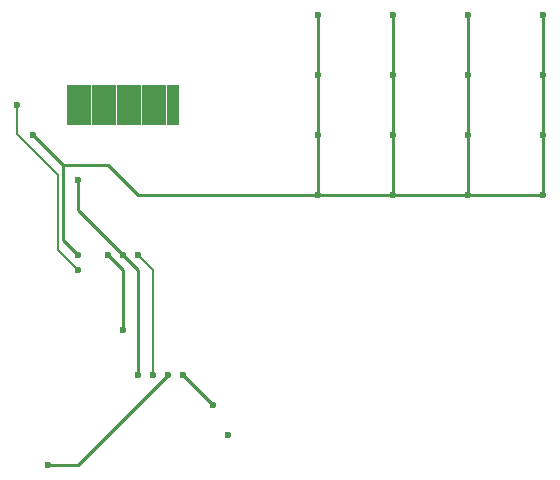
<source format=gbl>
G04 #@! TF.FileFunction,Copper,L2,Bot,Signal*
%FSLAX46Y46*%
G04 Gerber Fmt 4.6, Leading zero omitted, Abs format (unit mm)*
G04 Created by KiCad (PCBNEW 4.0.7) date 09/22/17 17:03:54*
%MOMM*%
%LPD*%
G01*
G04 APERTURE LIST*
%ADD10C,0.100000*%
%ADD11R,1.100000X0.890000*%
%ADD12C,0.600000*%
%ADD13C,0.254000*%
%ADD14C,0.152400*%
G04 APERTURE END LIST*
D10*
D11*
X194725000Y-109225000D03*
X194725000Y-108375000D03*
X194725000Y-106675000D03*
X194725000Y-107525000D03*
X193668750Y-107525000D03*
X193668750Y-106675000D03*
X193668750Y-108375000D03*
X193668750Y-109225000D03*
X192612500Y-109225000D03*
X192612500Y-108375000D03*
X192612500Y-106675000D03*
X192612500Y-107525000D03*
X191556250Y-107525000D03*
X191556250Y-106675000D03*
X191556250Y-108375000D03*
X191556250Y-109225000D03*
X190500000Y-109225000D03*
X190500000Y-108375000D03*
X190500000Y-106675000D03*
X190500000Y-107525000D03*
X189443750Y-107525000D03*
X189443750Y-106675000D03*
X189443750Y-108375000D03*
X189443750Y-109225000D03*
X188387500Y-109225000D03*
X188387500Y-108375000D03*
X188387500Y-106675000D03*
X188387500Y-107525000D03*
X187331250Y-107525000D03*
X187331250Y-106675000D03*
X187331250Y-108375000D03*
X187331250Y-109225000D03*
X186275000Y-109225000D03*
X186275000Y-108375000D03*
X186275000Y-106675000D03*
X186275000Y-107525000D03*
D12*
X226060000Y-115570000D03*
X226060000Y-110490000D03*
X226060000Y-105410000D03*
X226060000Y-100330000D03*
X219710000Y-115570000D03*
X219710000Y-110490000D03*
X219710000Y-105410000D03*
X219710000Y-100330000D03*
X213360000Y-100330000D03*
X213360000Y-105410000D03*
X213360000Y-110490000D03*
X213360000Y-115570000D03*
X207010000Y-115570000D03*
X207010000Y-110490000D03*
X207010000Y-105410000D03*
X207010000Y-100330000D03*
X182880000Y-110490000D03*
X186690000Y-120650000D03*
X184150000Y-138430000D03*
X194310000Y-130810000D03*
X199390000Y-135890000D03*
X198120000Y-133350000D03*
X195580000Y-130810000D03*
X181525000Y-107950000D03*
X186690000Y-121920000D03*
X193040000Y-130810000D03*
X191770000Y-120650000D03*
X186690000Y-114300000D03*
X191770000Y-130810000D03*
X190500000Y-120650000D03*
X189230000Y-120650000D03*
X190500000Y-127000000D03*
D13*
X207010000Y-100330000D02*
X207010000Y-115570000D01*
X191770000Y-115570000D02*
X189230000Y-113030000D01*
X189230000Y-113030000D02*
X185420000Y-113030000D01*
X226060000Y-115570000D02*
X191770000Y-115570000D01*
X226060000Y-115570000D02*
X226060000Y-110490000D01*
X226060000Y-110490000D02*
X226060000Y-105410000D01*
X226060000Y-100330000D02*
X226060000Y-105410000D01*
X219710000Y-115570000D02*
X219710000Y-110490000D01*
X219710000Y-110490000D02*
X219710000Y-105410000D01*
X219710000Y-100330000D02*
X219710000Y-105410000D01*
X213360000Y-100330000D02*
X213360000Y-105410000D01*
X213360000Y-105410000D02*
X213360000Y-110490000D01*
X213360000Y-115570000D02*
X213360000Y-110490000D01*
X207010000Y-115570000D02*
X207010000Y-110490000D01*
X207010000Y-110490000D02*
X207010000Y-105410000D01*
X207010000Y-100330000D02*
X207010000Y-105410000D01*
X185420000Y-119380000D02*
X185420000Y-113030000D01*
X185420000Y-113030000D02*
X182880000Y-110490000D01*
X186690000Y-120650000D02*
X185420000Y-119380000D01*
X184150000Y-138430000D02*
X186690000Y-138430000D01*
X186690000Y-138430000D02*
X194310000Y-130810000D01*
X195580000Y-130810000D02*
X198120000Y-133350000D01*
D14*
X185016790Y-113896790D02*
X185016790Y-120246790D01*
X185016790Y-120246790D02*
X186690000Y-121920000D01*
X181525000Y-110405000D02*
X185016790Y-113896790D01*
X181525000Y-107950000D02*
X181525000Y-110405000D01*
X193040000Y-130810000D02*
X193040000Y-121920000D01*
X193040000Y-121920000D02*
X191770000Y-120650000D01*
D13*
X186690000Y-114300000D02*
X186690000Y-116840000D01*
X186690000Y-116840000D02*
X187648800Y-117798800D01*
X187648800Y-117798800D02*
X190500000Y-120650000D01*
X191770000Y-130810000D02*
X191770000Y-121920000D01*
X191770000Y-121920000D02*
X190500000Y-120650000D01*
X190500000Y-127000000D02*
X190500000Y-121920000D01*
X190500000Y-121920000D02*
X189230000Y-120650000D01*
M02*

</source>
